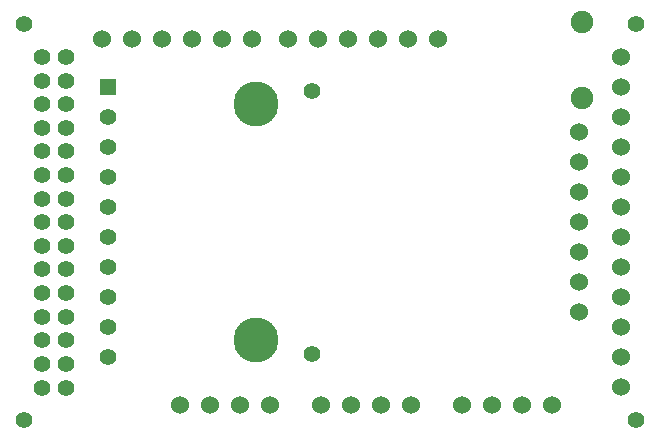
<source format=gbs>
%FSLAX34Y34*%
G04 Gerber Fmt 3.4, Leading zero omitted, Abs format*
G04 (created by PCBNEW (2014-jan-25)-product) date dom 15 jun 2014 08:51:59 CST*
%MOIN*%
G01*
G70*
G90*
G04 APERTURE LIST*
%ADD10C,0.005906*%
%ADD11C,0.056000*%
%ADD12C,0.060000*%
%ADD13C,0.075000*%
%ADD14C,0.055118*%
%ADD15R,0.055000X0.055000*%
%ADD16C,0.055000*%
%ADD17C,0.150000*%
G04 APERTURE END LIST*
G54D10*
G54D11*
X78107Y-23989D03*
X78893Y-23989D03*
X78107Y-24776D03*
X78893Y-24776D03*
X78107Y-25563D03*
X78893Y-25563D03*
X78107Y-26351D03*
X78893Y-26351D03*
X78107Y-27138D03*
X78893Y-27138D03*
X78107Y-27926D03*
X78893Y-27926D03*
X78107Y-28713D03*
X78893Y-28713D03*
X78107Y-29500D03*
X78893Y-29500D03*
X78107Y-30287D03*
X78893Y-30287D03*
X78107Y-31074D03*
X78893Y-31074D03*
X78107Y-31862D03*
X78893Y-31862D03*
X78107Y-32649D03*
X78893Y-32649D03*
X78107Y-33437D03*
X78893Y-33437D03*
X78107Y-34224D03*
X78893Y-34224D03*
X78107Y-35011D03*
X78893Y-35011D03*
G54D12*
X80100Y-23400D03*
X81100Y-23400D03*
X82100Y-23400D03*
X83100Y-23400D03*
X84100Y-23400D03*
X85100Y-23400D03*
X91300Y-23400D03*
X90300Y-23400D03*
X89300Y-23400D03*
X88300Y-23400D03*
X87300Y-23400D03*
X86300Y-23400D03*
X90400Y-35600D03*
X89400Y-35600D03*
X88400Y-35600D03*
X87400Y-35600D03*
X82700Y-35600D03*
X83700Y-35600D03*
X84700Y-35600D03*
X85700Y-35600D03*
X95100Y-35600D03*
X94100Y-35600D03*
X93100Y-35600D03*
X92100Y-35600D03*
G54D13*
X96100Y-22821D03*
X96100Y-25359D03*
G54D12*
X96000Y-32500D03*
X96000Y-31500D03*
X96000Y-30500D03*
X96000Y-29500D03*
X96000Y-28500D03*
X96000Y-27500D03*
X96000Y-26500D03*
X97400Y-35000D03*
X97400Y-34000D03*
X97400Y-33000D03*
X97400Y-32000D03*
X97400Y-31000D03*
X97400Y-30000D03*
X97400Y-29000D03*
X97400Y-28000D03*
X97400Y-27000D03*
X97400Y-26000D03*
X97400Y-25000D03*
X97400Y-24000D03*
G54D14*
X87109Y-33890D03*
X77500Y-22900D03*
X77500Y-36100D03*
X97900Y-36100D03*
X97900Y-22900D03*
X87109Y-25110D03*
G54D15*
X80298Y-25000D03*
G54D16*
X80298Y-26000D03*
X80298Y-27000D03*
X80298Y-28000D03*
X80298Y-29000D03*
X80298Y-30000D03*
X80298Y-31000D03*
X80298Y-32000D03*
X80298Y-33000D03*
X80298Y-34000D03*
G54D17*
X85221Y-25563D03*
X85221Y-33437D03*
M02*

</source>
